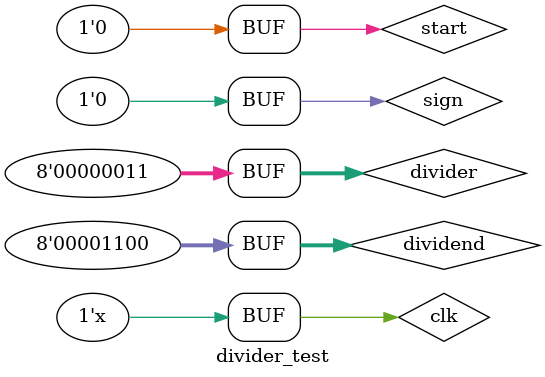
<source format=v>
`timescale 1ns / 1ps


module divider_test;

	// Inputs
	reg clk;
	reg sign;
	reg start;
	reg [7:0] dividend;
	reg [7:0] divider;

	// Outputs
	wire [7:0] quotient;
	wire [7:0] fractional;
	wire ready;

	// Instantiate the Unit Under Test (UUT)
	divider uut (
		.clk(clk), 
		.sign(sign), 
		.start(start), 
		.dividend(dividend), 
		.divider(divider), 
		.quotient(quotient), 
		.fractional(fractional), 
		.ready(ready)
	);

	always #5 clk = !clk;

	initial begin
		// Initialize Inputs
		clk = 0;
		sign = 0;
		start = 0;
		dividend = 8'd12;
		divider = 8'd3;

		// Wait 100 ns for global reset to finish
		#100;
        
		// Add stimulus here
		start = 1;
		#10
		start = 0;

	end
      
endmodule


</source>
